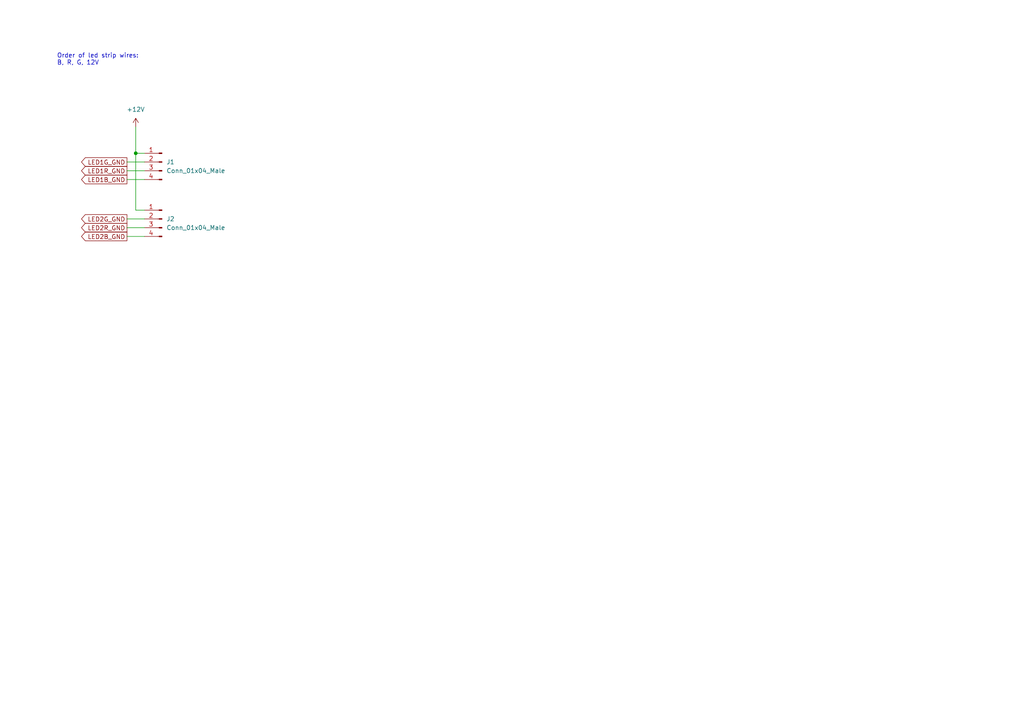
<source format=kicad_sch>
(kicad_sch (version 20211123) (generator eeschema)

  (uuid 422c1d61-e7ea-4fb7-8dbc-f3f36c44dc5e)

  (paper "A4")

  (lib_symbols
    (symbol "Connector:Conn_01x04_Male" (pin_names (offset 1.016) hide) (in_bom yes) (on_board yes)
      (property "Reference" "J" (id 0) (at 0 5.08 0)
        (effects (font (size 1.27 1.27)))
      )
      (property "Value" "Conn_01x04_Male" (id 1) (at 0 -7.62 0)
        (effects (font (size 1.27 1.27)))
      )
      (property "Footprint" "" (id 2) (at 0 0 0)
        (effects (font (size 1.27 1.27)) hide)
      )
      (property "Datasheet" "~" (id 3) (at 0 0 0)
        (effects (font (size 1.27 1.27)) hide)
      )
      (property "ki_keywords" "connector" (id 4) (at 0 0 0)
        (effects (font (size 1.27 1.27)) hide)
      )
      (property "ki_description" "Generic connector, single row, 01x04, script generated (kicad-library-utils/schlib/autogen/connector/)" (id 5) (at 0 0 0)
        (effects (font (size 1.27 1.27)) hide)
      )
      (property "ki_fp_filters" "Connector*:*_1x??_*" (id 6) (at 0 0 0)
        (effects (font (size 1.27 1.27)) hide)
      )
      (symbol "Conn_01x04_Male_1_1"
        (polyline
          (pts
            (xy 1.27 -5.08)
            (xy 0.8636 -5.08)
          )
          (stroke (width 0.1524) (type default) (color 0 0 0 0))
          (fill (type none))
        )
        (polyline
          (pts
            (xy 1.27 -2.54)
            (xy 0.8636 -2.54)
          )
          (stroke (width 0.1524) (type default) (color 0 0 0 0))
          (fill (type none))
        )
        (polyline
          (pts
            (xy 1.27 0)
            (xy 0.8636 0)
          )
          (stroke (width 0.1524) (type default) (color 0 0 0 0))
          (fill (type none))
        )
        (polyline
          (pts
            (xy 1.27 2.54)
            (xy 0.8636 2.54)
          )
          (stroke (width 0.1524) (type default) (color 0 0 0 0))
          (fill (type none))
        )
        (rectangle (start 0.8636 -4.953) (end 0 -5.207)
          (stroke (width 0.1524) (type default) (color 0 0 0 0))
          (fill (type outline))
        )
        (rectangle (start 0.8636 -2.413) (end 0 -2.667)
          (stroke (width 0.1524) (type default) (color 0 0 0 0))
          (fill (type outline))
        )
        (rectangle (start 0.8636 0.127) (end 0 -0.127)
          (stroke (width 0.1524) (type default) (color 0 0 0 0))
          (fill (type outline))
        )
        (rectangle (start 0.8636 2.667) (end 0 2.413)
          (stroke (width 0.1524) (type default) (color 0 0 0 0))
          (fill (type outline))
        )
        (pin passive line (at 5.08 2.54 180) (length 3.81)
          (name "Pin_1" (effects (font (size 1.27 1.27))))
          (number "1" (effects (font (size 1.27 1.27))))
        )
        (pin passive line (at 5.08 0 180) (length 3.81)
          (name "Pin_2" (effects (font (size 1.27 1.27))))
          (number "2" (effects (font (size 1.27 1.27))))
        )
        (pin passive line (at 5.08 -2.54 180) (length 3.81)
          (name "Pin_3" (effects (font (size 1.27 1.27))))
          (number "3" (effects (font (size 1.27 1.27))))
        )
        (pin passive line (at 5.08 -5.08 180) (length 3.81)
          (name "Pin_4" (effects (font (size 1.27 1.27))))
          (number "4" (effects (font (size 1.27 1.27))))
        )
      )
    )
    (symbol "power:+12V" (power) (pin_names (offset 0)) (in_bom yes) (on_board yes)
      (property "Reference" "#PWR" (id 0) (at 0 -3.81 0)
        (effects (font (size 1.27 1.27)) hide)
      )
      (property "Value" "+12V" (id 1) (at 0 3.556 0)
        (effects (font (size 1.27 1.27)))
      )
      (property "Footprint" "" (id 2) (at 0 0 0)
        (effects (font (size 1.27 1.27)) hide)
      )
      (property "Datasheet" "" (id 3) (at 0 0 0)
        (effects (font (size 1.27 1.27)) hide)
      )
      (property "ki_keywords" "power-flag" (id 4) (at 0 0 0)
        (effects (font (size 1.27 1.27)) hide)
      )
      (property "ki_description" "Power symbol creates a global label with name \"+12V\"" (id 5) (at 0 0 0)
        (effects (font (size 1.27 1.27)) hide)
      )
      (symbol "+12V_0_1"
        (polyline
          (pts
            (xy -0.762 1.27)
            (xy 0 2.54)
          )
          (stroke (width 0) (type default) (color 0 0 0 0))
          (fill (type none))
        )
        (polyline
          (pts
            (xy 0 0)
            (xy 0 2.54)
          )
          (stroke (width 0) (type default) (color 0 0 0 0))
          (fill (type none))
        )
        (polyline
          (pts
            (xy 0 2.54)
            (xy 0.762 1.27)
          )
          (stroke (width 0) (type default) (color 0 0 0 0))
          (fill (type none))
        )
      )
      (symbol "+12V_1_1"
        (pin power_in line (at 0 0 90) (length 0) hide
          (name "+12V" (effects (font (size 1.27 1.27))))
          (number "1" (effects (font (size 1.27 1.27))))
        )
      )
    )
  )

  (junction (at 39.37 44.45) (diameter 0) (color 0 0 0 0)
    (uuid 39253cde-e1ba-4cfb-bcae-d90a0f6d025b)
  )

  (wire (pts (xy 36.83 49.53) (xy 41.91 49.53))
    (stroke (width 0) (type default) (color 0 0 0 0))
    (uuid 571b5a28-f5c8-4092-8d30-caef2a0679ff)
  )
  (wire (pts (xy 39.37 36.83) (xy 39.37 44.45))
    (stroke (width 0) (type default) (color 0 0 0 0))
    (uuid 603e72b6-15a1-4ea0-b51d-f3fb0f9b1c0c)
  )
  (wire (pts (xy 36.83 66.04) (xy 41.91 66.04))
    (stroke (width 0) (type default) (color 0 0 0 0))
    (uuid 68039d2a-779a-4740-9d25-8a2a6c92666d)
  )
  (wire (pts (xy 36.83 46.99) (xy 41.91 46.99))
    (stroke (width 0) (type default) (color 0 0 0 0))
    (uuid 6854fcf7-8306-4942-9f7b-f146cbd1d78a)
  )
  (wire (pts (xy 36.83 68.58) (xy 41.91 68.58))
    (stroke (width 0) (type default) (color 0 0 0 0))
    (uuid 6f4370e2-2e29-4567-b120-d2361524b7a7)
  )
  (wire (pts (xy 39.37 44.45) (xy 39.37 60.96))
    (stroke (width 0) (type default) (color 0 0 0 0))
    (uuid bc5bb31c-dc3c-46c4-b0ec-4ba3b49a9b82)
  )
  (wire (pts (xy 39.37 44.45) (xy 41.91 44.45))
    (stroke (width 0) (type default) (color 0 0 0 0))
    (uuid bf1ff969-d82d-4da2-a658-6f2f68c26e57)
  )
  (wire (pts (xy 36.83 63.5) (xy 41.91 63.5))
    (stroke (width 0) (type default) (color 0 0 0 0))
    (uuid dc3a50d8-7a71-4419-896c-126f2f8dc6da)
  )
  (wire (pts (xy 39.37 60.96) (xy 41.91 60.96))
    (stroke (width 0) (type default) (color 0 0 0 0))
    (uuid f281e7c7-60fc-4a52-b70e-fa9750ea64ba)
  )
  (wire (pts (xy 36.83 52.07) (xy 41.91 52.07))
    (stroke (width 0) (type default) (color 0 0 0 0))
    (uuid fe065f22-fb74-4403-bab0-01d0a87ec66b)
  )

  (text "Order of led strip wires:\nB, R, G, 12V" (at 16.51 19.05 0)
    (effects (font (size 1.27 1.27)) (justify left bottom))
    (uuid 36533e50-39f4-42ed-95cd-6f8fbaba1e34)
  )

  (global_label "LED2B_GND" (shape output) (at 36.83 68.58 180) (fields_autoplaced)
    (effects (font (size 1.27 1.27)) (justify right))
    (uuid 36fad4bc-574b-4cd4-91ce-3c08da015d33)
    (property "Intersheet References" "${INTERSHEET_REFS}" (id 0) (at 23.6521 68.5006 0)
      (effects (font (size 1.27 1.27)) (justify right) hide)
    )
  )
  (global_label "LED1G_GND" (shape output) (at 36.83 46.99 180) (fields_autoplaced)
    (effects (font (size 1.27 1.27)) (justify right))
    (uuid 5a78e8e0-6690-4715-9670-2bda3d56a809)
    (property "Intersheet References" "${INTERSHEET_REFS}" (id 0) (at 23.6521 46.9106 0)
      (effects (font (size 1.27 1.27)) (justify right) hide)
    )
  )
  (global_label "LED1R_GND" (shape output) (at 36.83 49.53 180) (fields_autoplaced)
    (effects (font (size 1.27 1.27)) (justify right))
    (uuid 8cbf7d60-9d43-422b-8a37-681e48df7704)
    (property "Intersheet References" "${INTERSHEET_REFS}" (id 0) (at 23.6521 49.4506 0)
      (effects (font (size 1.27 1.27)) (justify right) hide)
    )
  )
  (global_label "LED1B_GND" (shape output) (at 36.83 52.07 180) (fields_autoplaced)
    (effects (font (size 1.27 1.27)) (justify right))
    (uuid 9e92b71e-be03-4cb6-8fdc-186d3764511d)
    (property "Intersheet References" "${INTERSHEET_REFS}" (id 0) (at 23.6521 51.9906 0)
      (effects (font (size 1.27 1.27)) (justify right) hide)
    )
  )
  (global_label "LED2G_GND" (shape output) (at 36.83 63.5 180) (fields_autoplaced)
    (effects (font (size 1.27 1.27)) (justify right))
    (uuid a2eb3ba8-ce26-488a-ad3c-3bd085c7754b)
    (property "Intersheet References" "${INTERSHEET_REFS}" (id 0) (at 23.6521 63.4206 0)
      (effects (font (size 1.27 1.27)) (justify right) hide)
    )
  )
  (global_label "LED2R_GND" (shape output) (at 36.83 66.04 180) (fields_autoplaced)
    (effects (font (size 1.27 1.27)) (justify right))
    (uuid aaeb46a0-c205-4eb5-a363-dff8b57e4911)
    (property "Intersheet References" "${INTERSHEET_REFS}" (id 0) (at 23.6521 65.9606 0)
      (effects (font (size 1.27 1.27)) (justify right) hide)
    )
  )

  (symbol (lib_id "Connector:Conn_01x04_Male") (at 46.99 63.5 0) (mirror y) (unit 1)
    (in_bom yes) (on_board yes) (fields_autoplaced)
    (uuid 780e610d-86f9-43af-9f66-1415013039b0)
    (property "Reference" "J2" (id 0) (at 48.26 63.4999 0)
      (effects (font (size 1.27 1.27)) (justify right))
    )
    (property "Value" "Conn_01x04_Male" (id 1) (at 48.26 66.0399 0)
      (effects (font (size 1.27 1.27)) (justify right))
    )
    (property "Footprint" "Connector_PinHeader_2.54mm:PinHeader_1x04_P2.54mm_Vertical" (id 2) (at 46.99 63.5 0)
      (effects (font (size 1.27 1.27)) hide)
    )
    (property "Datasheet" "~" (id 3) (at 46.99 63.5 0)
      (effects (font (size 1.27 1.27)) hide)
    )
    (pin "1" (uuid f26a7e80-f4d7-482f-92d7-b366db704fd1))
    (pin "2" (uuid 504d5675-ef81-42e4-aaad-14eba9bc1549))
    (pin "3" (uuid e44798f1-e5db-4e2f-a88f-566c50f33aa4))
    (pin "4" (uuid d4a40b08-1231-4aa5-a769-3b9b2b6593c2))
  )

  (symbol (lib_id "Connector:Conn_01x04_Male") (at 46.99 46.99 0) (mirror y) (unit 1)
    (in_bom yes) (on_board yes) (fields_autoplaced)
    (uuid ec9a0d9f-d222-4389-ab17-24398559cdbc)
    (property "Reference" "J1" (id 0) (at 48.26 46.9899 0)
      (effects (font (size 1.27 1.27)) (justify right))
    )
    (property "Value" "Conn_01x04_Male" (id 1) (at 48.26 49.5299 0)
      (effects (font (size 1.27 1.27)) (justify right))
    )
    (property "Footprint" "Connector_PinHeader_2.54mm:PinHeader_1x04_P2.54mm_Vertical" (id 2) (at 46.99 46.99 0)
      (effects (font (size 1.27 1.27)) hide)
    )
    (property "Datasheet" "~" (id 3) (at 46.99 46.99 0)
      (effects (font (size 1.27 1.27)) hide)
    )
    (pin "1" (uuid 3226233a-8051-429f-a484-034e1e5b224e))
    (pin "2" (uuid 6184ab36-b7fc-4822-8b31-3715bd5f5e9a))
    (pin "3" (uuid b0892ffa-a018-4d19-abce-ef47629ac78d))
    (pin "4" (uuid 6195461e-3deb-474b-bbb8-9e0fccb5f425))
  )

  (symbol (lib_id "power:+12V") (at 39.37 36.83 0) (unit 1)
    (in_bom yes) (on_board yes) (fields_autoplaced)
    (uuid fe639b15-6f33-46e8-bc01-d29d5b6d150c)
    (property "Reference" "#PWR0115" (id 0) (at 39.37 40.64 0)
      (effects (font (size 1.27 1.27)) hide)
    )
    (property "Value" "+12V" (id 1) (at 39.37 31.75 0))
    (property "Footprint" "" (id 2) (at 39.37 36.83 0)
      (effects (font (size 1.27 1.27)) hide)
    )
    (property "Datasheet" "" (id 3) (at 39.37 36.83 0)
      (effects (font (size 1.27 1.27)) hide)
    )
    (pin "1" (uuid ca227dd8-19dc-4ba4-ab4f-d4bda4e26202))
  )
)

</source>
